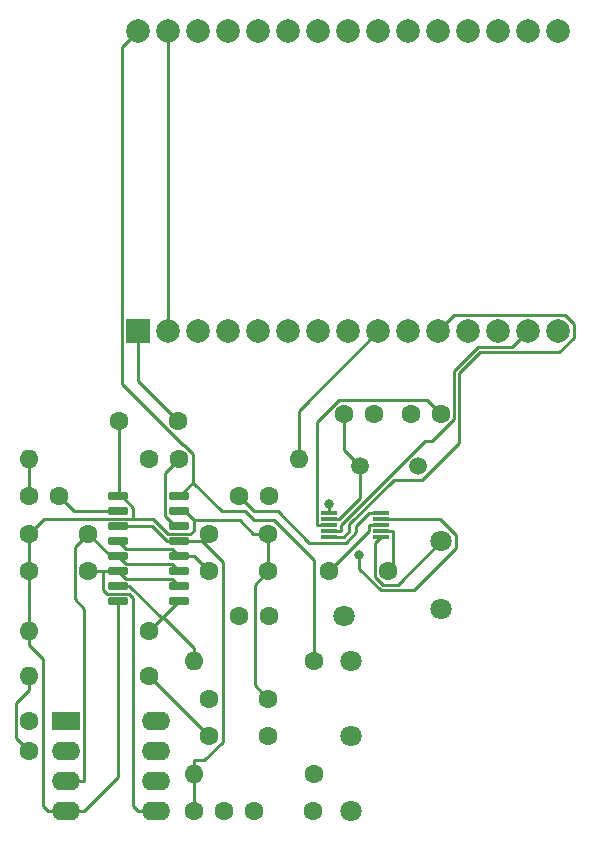
<source format=gbr>
%TF.GenerationSoftware,KiCad,Pcbnew,7.0.1*%
%TF.CreationDate,2023-10-30T13:33:15+01:00*%
%TF.ProjectId,schematic,73636865-6d61-4746-9963-2e6b69636164,rev?*%
%TF.SameCoordinates,Original*%
%TF.FileFunction,Copper,L1,Top*%
%TF.FilePolarity,Positive*%
%FSLAX46Y46*%
G04 Gerber Fmt 4.6, Leading zero omitted, Abs format (unit mm)*
G04 Created by KiCad (PCBNEW 7.0.1) date 2023-10-30 13:33:15*
%MOMM*%
%LPD*%
G01*
G04 APERTURE LIST*
G04 Aperture macros list*
%AMRoundRect*
0 Rectangle with rounded corners*
0 $1 Rounding radius*
0 $2 $3 $4 $5 $6 $7 $8 $9 X,Y pos of 4 corners*
0 Add a 4 corners polygon primitive as box body*
4,1,4,$2,$3,$4,$5,$6,$7,$8,$9,$2,$3,0*
0 Add four circle primitives for the rounded corners*
1,1,$1+$1,$2,$3*
1,1,$1+$1,$4,$5*
1,1,$1+$1,$6,$7*
1,1,$1+$1,$8,$9*
0 Add four rect primitives between the rounded corners*
20,1,$1+$1,$2,$3,$4,$5,0*
20,1,$1+$1,$4,$5,$6,$7,0*
20,1,$1+$1,$6,$7,$8,$9,0*
20,1,$1+$1,$8,$9,$2,$3,0*%
G04 Aperture macros list end*
%TA.AperFunction,ComponentPad*%
%ADD10R,2.000000X2.000000*%
%TD*%
%TA.AperFunction,ComponentPad*%
%ADD11C,2.000000*%
%TD*%
%TA.AperFunction,ComponentPad*%
%ADD12C,1.800000*%
%TD*%
%TA.AperFunction,ComponentPad*%
%ADD13C,1.600000*%
%TD*%
%TA.AperFunction,ComponentPad*%
%ADD14O,1.600000X1.600000*%
%TD*%
%TA.AperFunction,ComponentPad*%
%ADD15C,1.500000*%
%TD*%
%TA.AperFunction,ComponentPad*%
%ADD16R,2.400000X1.600000*%
%TD*%
%TA.AperFunction,ComponentPad*%
%ADD17O,2.400000X1.600000*%
%TD*%
%TA.AperFunction,SMDPad,CuDef*%
%ADD18RoundRect,0.150000X-0.725000X-0.150000X0.725000X-0.150000X0.725000X0.150000X-0.725000X0.150000X0*%
%TD*%
%TA.AperFunction,SMDPad,CuDef*%
%ADD19R,1.400000X0.300000*%
%TD*%
%TA.AperFunction,ViaPad*%
%ADD20C,0.800000*%
%TD*%
%TA.AperFunction,Conductor*%
%ADD21C,0.250000*%
%TD*%
G04 APERTURE END LIST*
D10*
%TO.P,U3,1,3V3*%
%TO.N,+3.3V*%
X155935000Y-71120000D03*
D11*
%TO.P,U3,2,GND*%
%TO.N,GND*%
X158475000Y-71120000D03*
%TO.P,U3,3,D15*%
%TO.N,unconnected-(U3-D15-Pad3)*%
X161015000Y-71120000D03*
%TO.P,U3,4,D2*%
%TO.N,unconnected-(U3-D2-Pad4)*%
X163555000Y-71120000D03*
%TO.P,U3,5,D4*%
%TO.N,Net-(U3-D4)*%
X166095000Y-71120000D03*
%TO.P,U3,6,RX2*%
%TO.N,unconnected-(U3-RX2-Pad6)*%
X168635000Y-71120000D03*
%TO.P,U3,7,TX2*%
%TO.N,unconnected-(U3-TX2-Pad7)*%
X171175000Y-71120000D03*
%TO.P,U3,8,D5*%
%TO.N,unconnected-(U3-D5-Pad8)*%
X173715000Y-71120000D03*
%TO.P,U3,9,D18*%
%TO.N,Net-(U3-D18)*%
X176255000Y-71120000D03*
%TO.P,U3,10,D19*%
%TO.N,unconnected-(U3-D19-Pad10)*%
X178795000Y-71120000D03*
%TO.P,U3,11,D21*%
%TO.N,/SDA*%
X181335000Y-71120000D03*
%TO.P,U3,12,RX0*%
%TO.N,unconnected-(U3-RX0-Pad12)*%
X183875000Y-71120000D03*
%TO.P,U3,13,TX0*%
%TO.N,unconnected-(U3-TX0-Pad13)*%
X186415000Y-71120000D03*
%TO.P,U3,14,D22*%
%TO.N,/SCL*%
X188955000Y-71120000D03*
%TO.P,U3,15,D23*%
%TO.N,unconnected-(U3-D23-Pad15)*%
X191495000Y-71120000D03*
%TO.P,U3,16,EN*%
%TO.N,unconnected-(U3-EN-Pad16)*%
X191495000Y-45720000D03*
%TO.P,U3,17,VP*%
%TO.N,unconnected-(U3-VP-Pad17)*%
X188955000Y-45720000D03*
%TO.P,U3,18,VN*%
%TO.N,unconnected-(U3-VN-Pad18)*%
X186415000Y-45720000D03*
%TO.P,U3,19,D34*%
%TO.N,unconnected-(U3-D34-Pad19)*%
X183875000Y-45720000D03*
%TO.P,U3,20,D35*%
%TO.N,unconnected-(U3-D35-Pad20)*%
X181335000Y-45720000D03*
%TO.P,U3,21,D32*%
%TO.N,unconnected-(U3-D32-Pad21)*%
X178795000Y-45720000D03*
%TO.P,U3,22,D33*%
%TO.N,unconnected-(U3-D33-Pad22)*%
X176255000Y-45720000D03*
%TO.P,U3,23,D25*%
%TO.N,unconnected-(U3-D25-Pad23)*%
X173715000Y-45720000D03*
%TO.P,U3,24,D26*%
%TO.N,unconnected-(U3-D26-Pad24)*%
X171175000Y-45720000D03*
%TO.P,U3,25,D27*%
%TO.N,unconnected-(U3-D27-Pad25)*%
X168635000Y-45720000D03*
%TO.P,U3,26,D14*%
%TO.N,unconnected-(U3-D14-Pad26)*%
X166095000Y-45720000D03*
%TO.P,U3,27,D12*%
%TO.N,unconnected-(U3-D12-Pad27)*%
X163555000Y-45720000D03*
%TO.P,U3,28,D13*%
%TO.N,unconnected-(U3-D13-Pad28)*%
X161015000Y-45720000D03*
%TO.P,U3,29,GND*%
%TO.N,GND*%
X158475000Y-45720000D03*
%TO.P,U3,30,VIN*%
%TO.N,+5V*%
X155935000Y-45720000D03*
%TD*%
D12*
%TO.P,J6,1,Pin_1*%
%TO.N,+3.3V*%
X181610000Y-94615000D03*
%TD*%
%TO.P,J5,1,Pin_1*%
%TO.N,+5V*%
X173990000Y-99060000D03*
%TD*%
D13*
%TO.P,C5,1*%
%TO.N,Net-(U1-1B3)*%
X161965000Y-91440000D03*
%TO.P,C5,2*%
%TO.N,GND*%
X166965000Y-91440000D03*
%TD*%
%TO.P,C12,1*%
%TO.N,+3.3V*%
X177125000Y-91440000D03*
%TO.P,C12,2*%
%TO.N,GND*%
X172125000Y-91440000D03*
%TD*%
%TO.P,R5,1*%
%TO.N,Net-(U1-S0)*%
X159385000Y-81915000D03*
D14*
%TO.P,R5,2*%
%TO.N,Net-(U3-D18)*%
X169545000Y-81915000D03*
%TD*%
D13*
%TO.P,C7,1*%
%TO.N,Net-(U1-1B3)*%
X146685000Y-106640000D03*
%TO.P,C7,2*%
%TO.N,Net-(C16-Pad1)*%
X146685000Y-104140000D03*
%TD*%
D15*
%TO.P,Y1,1,1*%
%TO.N,Net-(U4-XB)*%
X179615000Y-82550000D03*
%TO.P,Y1,2,2*%
%TO.N,Net-(U4-XA)*%
X174735000Y-82550000D03*
%TD*%
D13*
%TO.P,R4,1*%
%TO.N,Net-(C16-Pad1)*%
X156845000Y-100330000D03*
D14*
%TO.P,R4,2*%
%TO.N,Net-(U1-1B3)*%
X146685000Y-100330000D03*
%TD*%
D12*
%TO.P,J1,1,Pin_1*%
%TO.N,Net-(J1-Pin_1)*%
X173355000Y-95250000D03*
%TD*%
D13*
%TO.P,C10,1*%
%TO.N,+5V*%
X161965000Y-102235000D03*
%TO.P,C10,2*%
%TO.N,GND*%
X166965000Y-102235000D03*
%TD*%
D12*
%TO.P,J2,1,Pin_1*%
%TO.N,Net-(J2-Pin_1)*%
X181610000Y-88900000D03*
%TD*%
D13*
%TO.P,C9,1*%
%TO.N,Net-(U3-D4)*%
X146705000Y-85090000D03*
%TO.P,C9,2*%
%TO.N,Net-(U1-S1)*%
X149205000Y-85090000D03*
%TD*%
D16*
%TO.P,U2,1*%
%TO.N,Net-(C16-Pad1)*%
X149870000Y-104150000D03*
D17*
%TO.P,U2,2,-*%
%TO.N,Net-(U1-1B3)*%
X149870000Y-106690000D03*
%TO.P,U2,3,+*%
%TO.N,Net-(U1-1B2)*%
X149870000Y-109230000D03*
%TO.P,U2,4,V-*%
%TO.N,GND*%
X149870000Y-111770000D03*
%TO.P,U2,5,+*%
%TO.N,Net-(U1-1B1)*%
X157490000Y-111770000D03*
%TO.P,U2,6,-*%
%TO.N,Net-(U1-1B4)*%
X157490000Y-109230000D03*
%TO.P,U2,7*%
%TO.N,Net-(C15-Pad1)*%
X157490000Y-106690000D03*
%TO.P,U2,8,V+*%
%TO.N,+5V*%
X157490000Y-104150000D03*
%TD*%
D13*
%TO.P,C6,1*%
%TO.N,Net-(U1-1B4)*%
X160675000Y-111760000D03*
%TO.P,C6,2*%
%TO.N,Net-(C15-Pad1)*%
X163175000Y-111760000D03*
%TD*%
%TO.P,C11,1*%
%TO.N,+3.3V*%
X159345000Y-78740000D03*
%TO.P,C11,2*%
%TO.N,GND*%
X154345000Y-78740000D03*
%TD*%
%TO.P,R2,1*%
%TO.N,Net-(U1-1A)*%
X156845000Y-96520000D03*
D14*
%TO.P,R2,2*%
%TO.N,GND*%
X146685000Y-96520000D03*
%TD*%
D13*
%TO.P,C1,1*%
%TO.N,Net-(U1-1A)*%
X164485000Y-95250000D03*
%TO.P,C1,2*%
%TO.N,Net-(J1-Pin_1)*%
X166985000Y-95250000D03*
%TD*%
D12*
%TO.P,J3,1,Pin_1*%
%TO.N,Net-(J3-Pin_1)*%
X173990000Y-111760000D03*
%TD*%
%TO.P,J4,1,Pin_1*%
%TO.N,Net-(J4-Pin_1)*%
X173990000Y-105410000D03*
%TD*%
D13*
%TO.P,C15,1*%
%TO.N,Net-(C15-Pad1)*%
X165775000Y-111760000D03*
%TO.P,C15,2*%
%TO.N,Net-(J3-Pin_1)*%
X170775000Y-111760000D03*
%TD*%
%TO.P,R6,1*%
%TO.N,Net-(U1-S1)*%
X156845000Y-81915000D03*
D14*
%TO.P,R6,2*%
%TO.N,Net-(U3-D4)*%
X146685000Y-81915000D03*
%TD*%
D13*
%TO.P,R1,1*%
%TO.N,+5V*%
X170815000Y-99060000D03*
D14*
%TO.P,R1,2*%
%TO.N,Net-(U1-1A)*%
X160655000Y-99060000D03*
%TD*%
D13*
%TO.P,C14,1*%
%TO.N,Net-(U4-XB)*%
X181570000Y-78105000D03*
%TO.P,C14,2*%
%TO.N,GND*%
X179070000Y-78105000D03*
%TD*%
%TO.P,C2,1*%
%TO.N,Net-(U1-1B1)*%
X151725000Y-91440000D03*
%TO.P,C2,2*%
%TO.N,GND*%
X146725000Y-91440000D03*
%TD*%
%TO.P,C3,1*%
%TO.N,Net-(U1-1B4)*%
X161965000Y-88265000D03*
%TO.P,C3,2*%
%TO.N,GND*%
X166965000Y-88265000D03*
%TD*%
%TO.P,R3,1*%
%TO.N,Net-(C15-Pad1)*%
X170815000Y-108585000D03*
D14*
%TO.P,R3,2*%
%TO.N,Net-(U1-1B4)*%
X160655000Y-108585000D03*
%TD*%
D13*
%TO.P,C16,1*%
%TO.N,Net-(C16-Pad1)*%
X161965000Y-105410000D03*
%TO.P,C16,2*%
%TO.N,Net-(J4-Pin_1)*%
X166965000Y-105410000D03*
%TD*%
%TO.P,C13,1*%
%TO.N,Net-(U4-XA)*%
X173395000Y-78105000D03*
%TO.P,C13,2*%
%TO.N,GND*%
X175895000Y-78105000D03*
%TD*%
D18*
%TO.P,U1,1,1~{OE}*%
%TO.N,GND*%
X154270000Y-85090000D03*
%TO.P,U1,2,S1*%
%TO.N,Net-(U1-S1)*%
X154270000Y-86360000D03*
%TO.P,U1,3,1B4*%
%TO.N,Net-(U1-1B4)*%
X154270000Y-87630000D03*
%TO.P,U1,4,1B3*%
%TO.N,Net-(U1-1B3)*%
X154270000Y-88900000D03*
%TO.P,U1,5,1B2*%
%TO.N,Net-(U1-1B2)*%
X154270000Y-90170000D03*
%TO.P,U1,6,1B1*%
%TO.N,Net-(U1-1B1)*%
X154270000Y-91440000D03*
%TO.P,U1,7,1A*%
%TO.N,Net-(U1-1A)*%
X154270000Y-92710000D03*
%TO.P,U1,8,GND*%
%TO.N,GND*%
X154270000Y-93980000D03*
%TO.P,U1,9,2A*%
%TO.N,Net-(U1-1A)*%
X159420000Y-93980000D03*
%TO.P,U1,10,2B1*%
%TO.N,Net-(U1-1B1)*%
X159420000Y-92710000D03*
%TO.P,U1,11,2B2*%
%TO.N,Net-(U1-1B2)*%
X159420000Y-91440000D03*
%TO.P,U1,12,2B3*%
%TO.N,Net-(U1-1B3)*%
X159420000Y-90170000D03*
%TO.P,U1,13,2B4*%
%TO.N,Net-(U1-1B4)*%
X159420000Y-88900000D03*
%TO.P,U1,14,S0*%
%TO.N,Net-(U1-S0)*%
X159420000Y-87630000D03*
%TO.P,U1,15,2~{OE}*%
%TO.N,GND*%
X159420000Y-86360000D03*
%TO.P,U1,16,VCC*%
%TO.N,+5V*%
X159420000Y-85090000D03*
%TD*%
D13*
%TO.P,C4,1*%
%TO.N,Net-(U1-1B2)*%
X151725000Y-88265000D03*
%TO.P,C4,2*%
%TO.N,GND*%
X146725000Y-88265000D03*
%TD*%
D19*
%TO.P,U4,1,VDD*%
%TO.N,+3.3V*%
X172130000Y-86495000D03*
%TO.P,U4,2,XA*%
%TO.N,Net-(U4-XA)*%
X172130000Y-86995000D03*
%TO.P,U4,3,XB*%
%TO.N,Net-(U4-XB)*%
X172130000Y-87495000D03*
%TO.P,U4,4,SCL*%
%TO.N,/SCL*%
X172130000Y-87995000D03*
%TO.P,U4,5,SDA*%
%TO.N,/SDA*%
X172130000Y-88495000D03*
%TO.P,U4,6,CLK2*%
%TO.N,Net-(J2-Pin_1)*%
X176530000Y-88495000D03*
%TO.P,U4,7,VDDO*%
%TO.N,+3.3V*%
X176530000Y-87995000D03*
%TO.P,U4,8,GND*%
%TO.N,GND*%
X176530000Y-87495000D03*
%TO.P,U4,9,CLK1*%
%TO.N,Net-(U1-S1)*%
X176530000Y-86995000D03*
%TO.P,U4,10,CLK0*%
%TO.N,Net-(U1-S0)*%
X176530000Y-86495000D03*
%TD*%
D13*
%TO.P,C8,1*%
%TO.N,Net-(U3-D18)*%
X166985000Y-85090000D03*
%TO.P,C8,2*%
%TO.N,Net-(U1-S0)*%
X164485000Y-85090000D03*
%TD*%
D20*
%TO.N,+3.3V*%
X172130000Y-85724200D03*
%TO.N,Net-(U1-S1)*%
X174625000Y-90037500D03*
%TD*%
D21*
%TO.N,/SDA*%
X182720100Y-69734900D02*
X181335000Y-71120000D01*
X192042700Y-69734900D02*
X182720100Y-69734900D01*
X192841600Y-70533800D02*
X192042700Y-69734900D01*
X192841600Y-71647233D02*
X192841600Y-70533800D01*
X191593833Y-72895000D02*
X192841600Y-71647233D01*
X184916396Y-72895000D02*
X191593833Y-72895000D01*
X183145000Y-80540280D02*
X183145000Y-74666396D01*
X177606700Y-83676500D02*
X180008780Y-83676500D01*
X183145000Y-74666396D02*
X184916396Y-72895000D01*
X173809300Y-87473900D02*
X177606700Y-83676500D01*
X173809300Y-88029600D02*
X173809300Y-87473900D01*
X180008780Y-83676500D02*
X183145000Y-80540280D01*
X173343900Y-88495000D02*
X173809300Y-88029600D01*
X172130000Y-88495000D02*
X173343900Y-88495000D01*
%TO.N,/SCL*%
X187630000Y-72445000D02*
X188955000Y-71120000D01*
X184730000Y-72445000D02*
X187630000Y-72445000D01*
X182695000Y-74480000D02*
X184730000Y-72445000D01*
X182695000Y-78570991D02*
X182695000Y-74480000D01*
X180817691Y-80448300D02*
X182695000Y-78570991D01*
X173156900Y-87485000D02*
X180193600Y-80448300D01*
X173156900Y-87995000D02*
X173156900Y-87485000D01*
X180193600Y-80448300D02*
X180817691Y-80448300D01*
X172130000Y-87995000D02*
X173156900Y-87995000D01*
%TO.N,Net-(C16-Pad1)*%
X161925000Y-105410000D02*
X161965000Y-105410000D01*
X156845000Y-100330000D02*
X161925000Y-105410000D01*
%TO.N,Net-(J2-Pin_1)*%
X175991900Y-89033100D02*
X176530000Y-88495000D01*
X175991900Y-91932500D02*
X175991900Y-89033100D01*
X176629400Y-92570000D02*
X175991900Y-91932500D01*
X177940000Y-92570000D02*
X176629400Y-92570000D01*
X181610000Y-88900000D02*
X177940000Y-92570000D01*
%TO.N,Net-(U4-XB)*%
X180424000Y-76959000D02*
X181570000Y-78105000D01*
X172921400Y-76959000D02*
X180424000Y-76959000D01*
X171103100Y-78777300D02*
X172921400Y-76959000D01*
X171103100Y-87495000D02*
X171103100Y-78777300D01*
X172130000Y-87495000D02*
X171103100Y-87495000D01*
%TO.N,Net-(U4-XA)*%
X173395000Y-81210000D02*
X173395000Y-78105000D01*
X174735000Y-82550000D02*
X173395000Y-81210000D01*
X174735000Y-85202300D02*
X174735000Y-82550000D01*
X172942300Y-86995000D02*
X174735000Y-85202300D01*
X172130000Y-86995000D02*
X172942300Y-86995000D01*
%TO.N,+3.3V*%
X177556900Y-91008100D02*
X177125000Y-91440000D01*
X177556900Y-87995000D02*
X177556900Y-91008100D01*
X176530000Y-87995000D02*
X177556900Y-87995000D01*
X155935000Y-71120000D02*
X155935000Y-72446900D01*
X155935000Y-75330000D02*
X159345000Y-78740000D01*
X155935000Y-72446900D02*
X155935000Y-75330000D01*
X172130000Y-85724200D02*
X172130000Y-86495000D01*
%TO.N,Net-(U1-1B1)*%
X157490000Y-111770000D02*
X155963100Y-111770000D01*
X155515500Y-111322400D02*
X155963100Y-111770000D01*
X155515500Y-93659700D02*
X155515500Y-111322400D01*
X155200800Y-93345000D02*
X155515500Y-93659700D01*
X153296100Y-93345000D02*
X155200800Y-93345000D01*
X153005800Y-93054700D02*
X153296100Y-93345000D01*
X153005800Y-91440000D02*
X153005800Y-93054700D01*
X154270000Y-91440000D02*
X153005800Y-91440000D01*
X153005800Y-91440000D02*
X151725000Y-91440000D01*
X154912500Y-92082500D02*
X154270000Y-91440000D01*
X158792500Y-92082500D02*
X154912500Y-92082500D01*
X159420000Y-92710000D02*
X158792500Y-92082500D01*
%TO.N,Net-(U1-1B2)*%
X151396900Y-94607500D02*
X151396900Y-109230000D01*
X150588600Y-93799200D02*
X151396900Y-94607500D01*
X150588600Y-89401400D02*
X150588600Y-93799200D01*
X151725000Y-88265000D02*
X150588600Y-89401400D01*
X149870000Y-109230000D02*
X151396900Y-109230000D01*
X153630000Y-90170000D02*
X151725000Y-88265000D01*
X154270000Y-90170000D02*
X153630000Y-90170000D01*
X154912500Y-90812500D02*
X154270000Y-90170000D01*
X158792500Y-90812500D02*
X154912500Y-90812500D01*
X159420000Y-91440000D02*
X158792500Y-90812500D01*
%TO.N,Net-(U3-D4)*%
X146705000Y-83061900D02*
X146685000Y-83041900D01*
X146705000Y-85090000D02*
X146705000Y-83061900D01*
X146685000Y-81915000D02*
X146685000Y-83041900D01*
%TO.N,Net-(U1-S1)*%
X150475000Y-86360000D02*
X149205000Y-85090000D01*
X154270000Y-86360000D02*
X150475000Y-86360000D01*
X174625000Y-91206300D02*
X174625000Y-90037500D01*
X176459300Y-93040600D02*
X174625000Y-91206300D01*
X179269700Y-93040600D02*
X176459300Y-93040600D01*
X182856600Y-89453700D02*
X179269700Y-93040600D01*
X182856600Y-88359000D02*
X182856600Y-89453700D01*
X181492600Y-86995000D02*
X182856600Y-88359000D01*
X176530000Y-86995000D02*
X181492600Y-86995000D01*
%TO.N,Net-(U3-D18)*%
X169545000Y-77830000D02*
X176255000Y-71120000D01*
X169545000Y-81915000D02*
X169545000Y-77830000D01*
%TO.N,Net-(U1-S0)*%
X159054700Y-87630000D02*
X159420000Y-87630000D01*
X158213800Y-86789100D02*
X159054700Y-87630000D01*
X158213800Y-83086200D02*
X158213800Y-86789100D01*
X159385000Y-81915000D02*
X158213800Y-83086200D01*
X176530000Y-86495000D02*
X175503100Y-86495000D01*
X174420500Y-87577600D02*
X175503100Y-86495000D01*
X174420500Y-88136800D02*
X174420500Y-87577600D01*
X173552900Y-89004400D02*
X174420500Y-88136800D01*
X170430600Y-89004400D02*
X173552900Y-89004400D01*
X167794200Y-86368000D02*
X170430600Y-89004400D01*
X165763000Y-86368000D02*
X167794200Y-86368000D01*
X164485000Y-85090000D02*
X165763000Y-86368000D01*
%TO.N,Net-(U1-1B3)*%
X158792500Y-89542500D02*
X159420000Y-90170000D01*
X154912500Y-89542500D02*
X158792500Y-89542500D01*
X154270000Y-88900000D02*
X154912500Y-89542500D01*
X160695000Y-90170000D02*
X161965000Y-91440000D01*
X159420000Y-90170000D02*
X160695000Y-90170000D01*
X145557400Y-105512400D02*
X146685000Y-106640000D01*
X145557400Y-102584500D02*
X145557400Y-105512400D01*
X146685000Y-101456900D02*
X145557400Y-102584500D01*
X146685000Y-100330000D02*
X146685000Y-101456900D01*
%TO.N,Net-(U1-1B4)*%
X160675000Y-109731900D02*
X160655000Y-109711900D01*
X160675000Y-111760000D02*
X160675000Y-109731900D01*
X160655000Y-108585000D02*
X160655000Y-109711900D01*
X158364800Y-88900000D02*
X159420000Y-88900000D01*
X157094800Y-87630000D02*
X158364800Y-88900000D01*
X154270000Y-87630000D02*
X157094800Y-87630000D01*
X160655000Y-108585000D02*
X160655000Y-107458100D01*
X161534400Y-107458100D02*
X160655000Y-107458100D01*
X163105400Y-105887100D02*
X161534400Y-107458100D01*
X163105400Y-90675400D02*
X163105400Y-105887100D01*
X161330000Y-88900000D02*
X163105400Y-90675400D01*
X159420000Y-88900000D02*
X161330000Y-88900000D01*
X161330000Y-88900000D02*
X161965000Y-88265000D01*
%TO.N,GND*%
X176530000Y-87495000D02*
X175503100Y-87495000D01*
X149870000Y-111770000D02*
X148343100Y-111770000D01*
X147891200Y-111318100D02*
X148343100Y-111770000D01*
X147891200Y-98853100D02*
X147891200Y-111318100D01*
X146685000Y-97646900D02*
X147891200Y-98853100D01*
X146685000Y-97083400D02*
X146685000Y-97646900D01*
X146685000Y-97083400D02*
X146685000Y-96520000D01*
X165811900Y-92593100D02*
X166965000Y-91440000D01*
X165811900Y-101081900D02*
X165811900Y-92593100D01*
X166965000Y-102235000D02*
X165811900Y-101081900D01*
X166965000Y-88265000D02*
X166965000Y-91440000D01*
X158475000Y-45720000D02*
X158475000Y-71120000D01*
X154270000Y-108896900D02*
X151396900Y-111770000D01*
X154270000Y-93980000D02*
X154270000Y-108896900D01*
X149870000Y-111770000D02*
X151396900Y-111770000D01*
X159888100Y-86360000D02*
X159420000Y-86360000D01*
X160636600Y-87108500D02*
X159888100Y-86360000D01*
X147995000Y-86995000D02*
X146725000Y-88265000D01*
X155500800Y-86995000D02*
X147995000Y-86995000D01*
X154345000Y-85090000D02*
X154345000Y-78740000D01*
X154270000Y-85090000D02*
X154345000Y-85090000D01*
X155500800Y-86039800D02*
X155500800Y-86995000D01*
X154551000Y-85090000D02*
X155500800Y-86039800D01*
X154345000Y-85090000D02*
X154551000Y-85090000D01*
X160636600Y-87998200D02*
X160636600Y-87108500D01*
X160369800Y-88265000D02*
X160636600Y-87998200D01*
X158444100Y-88265000D02*
X160369800Y-88265000D01*
X157174100Y-86995000D02*
X158444100Y-88265000D01*
X155500800Y-86995000D02*
X157174100Y-86995000D01*
X175503100Y-88061900D02*
X175503100Y-87495000D01*
X172125000Y-91440000D02*
X175503100Y-88061900D01*
X165686800Y-88265000D02*
X166965000Y-88265000D01*
X164530300Y-87108500D02*
X165686800Y-88265000D01*
X160636600Y-87108500D02*
X164530300Y-87108500D01*
X146725000Y-91440000D02*
X146725000Y-88265000D01*
X146685000Y-91480000D02*
X146685000Y-96520000D01*
X146725000Y-91440000D02*
X146685000Y-91480000D01*
%TO.N,Net-(U1-1A)*%
X155206200Y-92710000D02*
X157930600Y-95434400D01*
X154270000Y-92710000D02*
X155206200Y-92710000D01*
X157930600Y-95434400D02*
X156845000Y-96520000D01*
X160655000Y-99060000D02*
X160655000Y-97933100D01*
X160655000Y-97933100D02*
X158061000Y-95339000D01*
X159420000Y-93980000D02*
X158061000Y-95339000D01*
X157965600Y-95434400D02*
X157930600Y-95434400D01*
X158061000Y-95339000D02*
X157965600Y-95434400D01*
%TO.N,+5V*%
X160582500Y-81510500D02*
X160582500Y-83927500D01*
X159860100Y-80788100D02*
X160582500Y-81510500D01*
X159767800Y-80788100D02*
X159860100Y-80788100D01*
X154593000Y-75613300D02*
X159767800Y-80788100D01*
X154593000Y-47062000D02*
X154593000Y-75613300D01*
X155935000Y-45720000D02*
X154593000Y-47062000D01*
X160582500Y-83927500D02*
X159420000Y-85090000D01*
X170815000Y-90521300D02*
X170815000Y-99060000D01*
X167431800Y-87138100D02*
X170815000Y-90521300D01*
X165760300Y-87138100D02*
X167431800Y-87138100D01*
X164982200Y-86360000D02*
X165760300Y-87138100D01*
X163015000Y-86360000D02*
X164982200Y-86360000D01*
X160582500Y-83927500D02*
X163015000Y-86360000D01*
%TD*%
M02*

</source>
